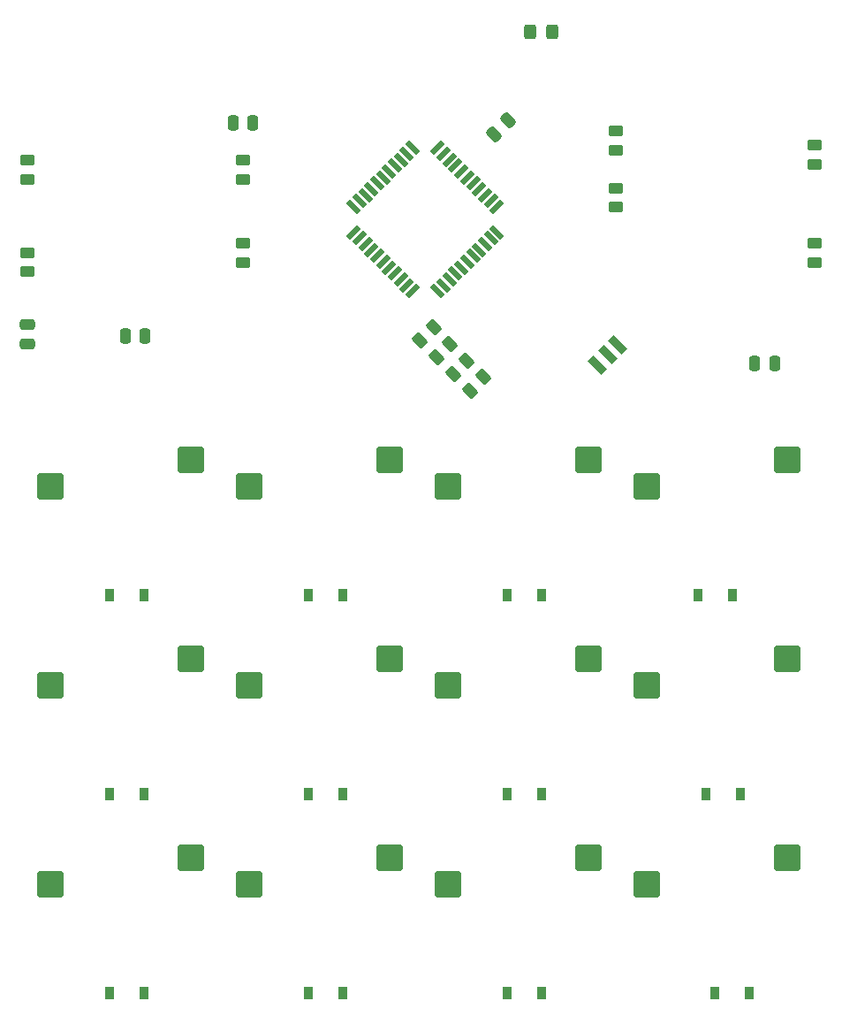
<source format=gbr>
%TF.GenerationSoftware,KiCad,Pcbnew,(6.0.9)*%
%TF.CreationDate,2022-12-04T20:55:25-04:00*%
%TF.ProjectId,pika-board,70696b61-2d62-46f6-9172-642e6b696361,rev?*%
%TF.SameCoordinates,Original*%
%TF.FileFunction,Paste,Bot*%
%TF.FilePolarity,Positive*%
%FSLAX46Y46*%
G04 Gerber Fmt 4.6, Leading zero omitted, Abs format (unit mm)*
G04 Created by KiCad (PCBNEW (6.0.9)) date 2022-12-04 20:55:25*
%MOMM*%
%LPD*%
G01*
G04 APERTURE LIST*
G04 Aperture macros list*
%AMRoundRect*
0 Rectangle with rounded corners*
0 $1 Rounding radius*
0 $2 $3 $4 $5 $6 $7 $8 $9 X,Y pos of 4 corners*
0 Add a 4 corners polygon primitive as box body*
4,1,4,$2,$3,$4,$5,$6,$7,$8,$9,$2,$3,0*
0 Add four circle primitives for the rounded corners*
1,1,$1+$1,$2,$3*
1,1,$1+$1,$4,$5*
1,1,$1+$1,$6,$7*
1,1,$1+$1,$8,$9*
0 Add four rect primitives between the rounded corners*
20,1,$1+$1,$2,$3,$4,$5,0*
20,1,$1+$1,$4,$5,$6,$7,0*
20,1,$1+$1,$6,$7,$8,$9,0*
20,1,$1+$1,$8,$9,$2,$3,0*%
%AMRotRect*
0 Rectangle, with rotation*
0 The origin of the aperture is its center*
0 $1 length*
0 $2 width*
0 $3 Rotation angle, in degrees counterclockwise*
0 Add horizontal line*
21,1,$1,$2,0,0,$3*%
G04 Aperture macros list end*
%ADD10R,0.900000X1.200000*%
%ADD11RoundRect,0.250000X1.025000X1.000000X-1.025000X1.000000X-1.025000X-1.000000X1.025000X-1.000000X0*%
%ADD12RotRect,0.739500X1.900000X45.000000*%
%ADD13RoundRect,0.250000X-0.450000X0.262500X-0.450000X-0.262500X0.450000X-0.262500X0.450000X0.262500X0*%
%ADD14RoundRect,0.250000X-0.325000X-0.450000X0.325000X-0.450000X0.325000X0.450000X-0.325000X0.450000X0*%
%ADD15RoundRect,0.250000X0.475000X-0.250000X0.475000X0.250000X-0.475000X0.250000X-0.475000X-0.250000X0*%
%ADD16RoundRect,0.250000X0.250000X0.475000X-0.250000X0.475000X-0.250000X-0.475000X0.250000X-0.475000X0*%
%ADD17RoundRect,0.250000X-0.132583X0.503814X-0.503814X0.132583X0.132583X-0.503814X0.503814X-0.132583X0*%
%ADD18RotRect,1.500000X0.550000X225.000000*%
%ADD19RotRect,1.500000X0.550000X135.000000*%
%ADD20RoundRect,0.250000X0.450000X-0.262500X0.450000X0.262500X-0.450000X0.262500X-0.450000X-0.262500X0*%
%ADD21RoundRect,0.250000X-0.250000X-0.475000X0.250000X-0.475000X0.250000X0.475000X-0.250000X0.475000X0*%
%ADD22RoundRect,0.250000X0.159099X-0.512652X0.512652X-0.159099X-0.159099X0.512652X-0.512652X0.159099X0*%
G04 APERTURE END LIST*
D10*
%TO.C,D10*%
X100868750Y-119856250D03*
X97568750Y-119856250D03*
%TD*%
D11*
%TO.C,SW11*%
X92652500Y-128428750D03*
X106102500Y-125888750D03*
%TD*%
D10*
%TO.C,D7*%
X82612500Y-119856250D03*
X79312500Y-119856250D03*
%TD*%
%TO.C,D6*%
X63562500Y-157956250D03*
X60262500Y-157956250D03*
%TD*%
D12*
%TO.C,Y1*%
X87904217Y-97833283D03*
X88900000Y-96837500D03*
X89895783Y-95841717D03*
%TD*%
D13*
%TO.C,R11*%
X53975000Y-78200646D03*
X53975000Y-80025646D03*
%TD*%
D11*
%TO.C,SW6*%
X54552500Y-147478750D03*
X68002500Y-144938750D03*
%TD*%
D14*
%TO.C,F1*%
X81525000Y-65881250D03*
X83575000Y-65881250D03*
%TD*%
D10*
%TO.C,D12*%
X102456250Y-157956250D03*
X99156250Y-157956250D03*
%TD*%
D15*
%TO.C,C1*%
X33337500Y-95781896D03*
X33337500Y-93881896D03*
%TD*%
D10*
%TO.C,D1*%
X44512500Y-119856250D03*
X41212500Y-119856250D03*
%TD*%
D11*
%TO.C,SW2*%
X35502500Y-128428750D03*
X48952500Y-125888750D03*
%TD*%
D10*
%TO.C,D3*%
X44512500Y-157956250D03*
X41212500Y-157956250D03*
%TD*%
D16*
%TO.C,C5*%
X54925000Y-74612500D03*
X53025000Y-74612500D03*
%TD*%
D13*
%TO.C,R15*%
X108743750Y-76731896D03*
X108743750Y-78556896D03*
%TD*%
D10*
%TO.C,D8*%
X82612500Y-138906250D03*
X79312500Y-138906250D03*
%TD*%
D11*
%TO.C,SW7*%
X73602500Y-109378750D03*
X87052500Y-106838750D03*
%TD*%
D17*
%TO.C,R10*%
X76993750Y-98956896D03*
X75703280Y-100247366D03*
%TD*%
D10*
%TO.C,D4*%
X63562500Y-119856250D03*
X60262500Y-119856250D03*
%TD*%
D11*
%TO.C,SW4*%
X54552500Y-109378750D03*
X68002500Y-106838750D03*
%TD*%
D10*
%TO.C,D9*%
X82612500Y-157956250D03*
X79312500Y-157956250D03*
%TD*%
D11*
%TO.C,SW9*%
X73602500Y-147478750D03*
X87052500Y-144938750D03*
%TD*%
%TO.C,SW8*%
X73602500Y-128428750D03*
X87052500Y-125888750D03*
%TD*%
D18*
%TO.C,U2*%
X72639582Y-77016710D03*
X73205267Y-77582396D03*
X73770952Y-78148081D03*
X74336638Y-78713766D03*
X74902323Y-79279452D03*
X75468009Y-79845137D03*
X76033694Y-80410823D03*
X76599380Y-80976508D03*
X77165065Y-81542194D03*
X77730750Y-82107879D03*
X78296436Y-82673564D03*
D19*
X78296436Y-85077728D03*
X77730750Y-85643413D03*
X77165065Y-86209098D03*
X76599380Y-86774784D03*
X76033694Y-87340469D03*
X75468009Y-87906155D03*
X74902323Y-88471840D03*
X74336638Y-89037526D03*
X73770952Y-89603211D03*
X73205267Y-90168896D03*
X72639582Y-90734582D03*
D18*
X70235418Y-90734582D03*
X69669733Y-90168896D03*
X69104048Y-89603211D03*
X68538362Y-89037526D03*
X67972677Y-88471840D03*
X67406991Y-87906155D03*
X66841306Y-87340469D03*
X66275620Y-86774784D03*
X65709935Y-86209098D03*
X65144250Y-85643413D03*
X64578564Y-85077728D03*
D19*
X64578564Y-82673564D03*
X65144250Y-82107879D03*
X65709935Y-81542194D03*
X66275620Y-80976508D03*
X66841306Y-80410823D03*
X67406991Y-79845137D03*
X67972677Y-79279452D03*
X68538362Y-78713766D03*
X69104048Y-78148081D03*
X69669733Y-77582396D03*
X70235418Y-77016710D03*
%TD*%
D20*
%TO.C,R13*%
X89693750Y-82668750D03*
X89693750Y-80843750D03*
%TD*%
D16*
%TO.C,C4*%
X104931250Y-97631250D03*
X103031250Y-97631250D03*
%TD*%
D17*
%TO.C,R1*%
X72231250Y-94194396D03*
X70940780Y-95484866D03*
%TD*%
D11*
%TO.C,SW1*%
X35502500Y-109378750D03*
X48952500Y-106838750D03*
%TD*%
D17*
%TO.C,R7*%
X75406250Y-97369396D03*
X74115780Y-98659866D03*
%TD*%
D11*
%TO.C,SW5*%
X54552500Y-128428750D03*
X68002500Y-125888750D03*
%TD*%
D20*
%TO.C,R6*%
X33337500Y-80025646D03*
X33337500Y-78200646D03*
%TD*%
D10*
%TO.C,D2*%
X44512500Y-138906250D03*
X41212500Y-138906250D03*
%TD*%
D11*
%TO.C,SW12*%
X92652500Y-147478750D03*
X106102500Y-144938750D03*
%TD*%
D20*
%TO.C,R5*%
X33337500Y-88875646D03*
X33337500Y-87050646D03*
%TD*%
D10*
%TO.C,D11*%
X101662500Y-138906250D03*
X98362500Y-138906250D03*
%TD*%
D21*
%TO.C,C2*%
X42706250Y-94988146D03*
X44606250Y-94988146D03*
%TD*%
D20*
%TO.C,R14*%
X89693750Y-77231250D03*
X89693750Y-75406250D03*
%TD*%
D11*
%TO.C,SW10*%
X92652500Y-109378750D03*
X106102500Y-106838750D03*
%TD*%
D13*
%TO.C,R16*%
X108743750Y-86138146D03*
X108743750Y-87963146D03*
%TD*%
D11*
%TO.C,SW3*%
X35502500Y-147478750D03*
X48952500Y-144938750D03*
%TD*%
D22*
%TO.C,C6*%
X78031498Y-75694148D03*
X79375000Y-74350646D03*
%TD*%
D10*
%TO.C,D5*%
X63562500Y-138906250D03*
X60262500Y-138906250D03*
%TD*%
D13*
%TO.C,R12*%
X53975000Y-86138146D03*
X53975000Y-87963146D03*
%TD*%
D17*
%TO.C,R2*%
X73818750Y-95781896D03*
X72528280Y-97072366D03*
%TD*%
M02*

</source>
